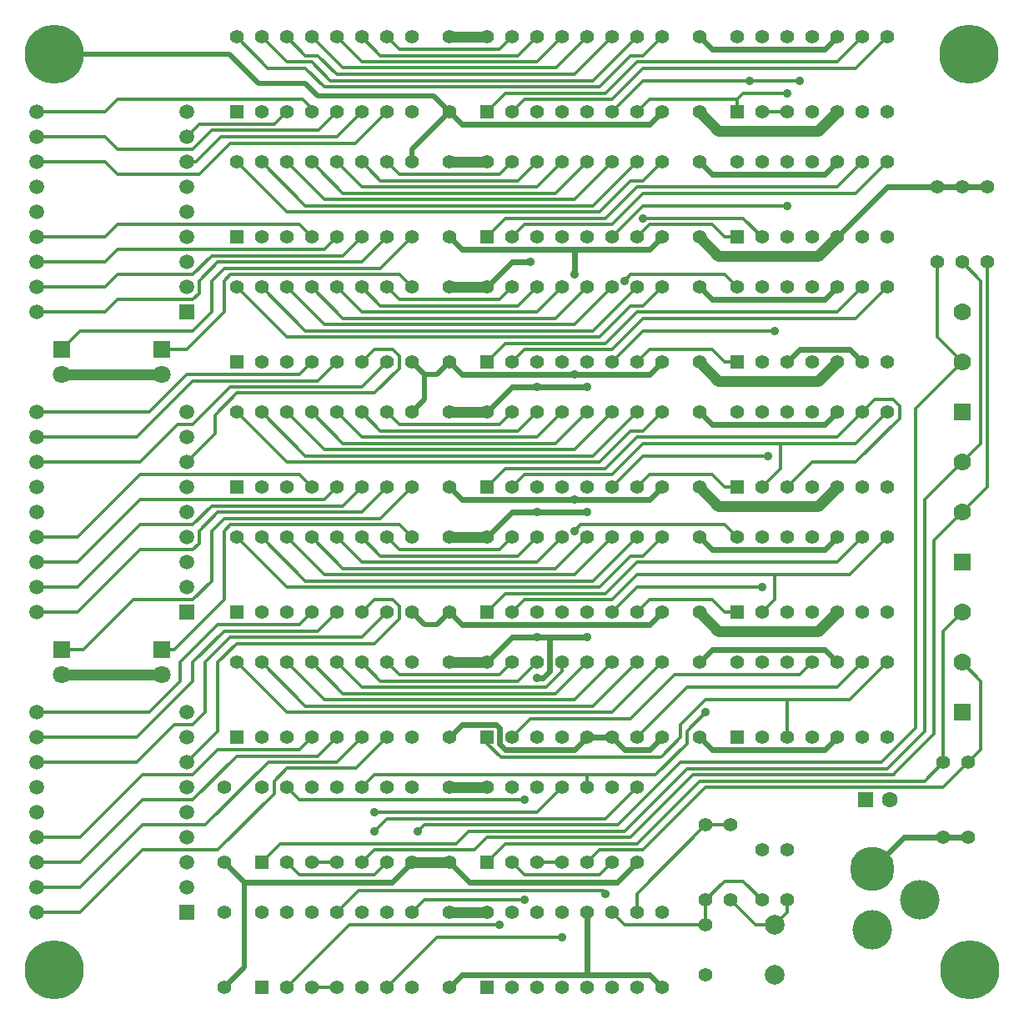
<source format=gbl>
G04 #@! TF.GenerationSoftware,KiCad,Pcbnew,(5.1.8)-1*
G04 #@! TF.CreationDate,2020-11-22T12:43:29-08:00*
G04 #@! TF.ProjectId,ttl_clock,74746c5f-636c-46f6-936b-2e6b69636164,rev?*
G04 #@! TF.SameCoordinates,Original*
G04 #@! TF.FileFunction,Copper,L2,Bot*
G04 #@! TF.FilePolarity,Positive*
%FSLAX46Y46*%
G04 Gerber Fmt 4.6, Leading zero omitted, Abs format (unit mm)*
G04 Created by KiCad (PCBNEW (5.1.8)-1) date 2020-11-22 12:43:29*
%MOMM*%
%LPD*%
G01*
G04 APERTURE LIST*
G04 #@! TA.AperFunction,ComponentPad*
%ADD10C,0.800000*%
G04 #@! TD*
G04 #@! TA.AperFunction,ComponentPad*
%ADD11C,6.000000*%
G04 #@! TD*
G04 #@! TA.AperFunction,ComponentPad*
%ADD12C,1.397000*%
G04 #@! TD*
G04 #@! TA.AperFunction,ComponentPad*
%ADD13R,1.500000X1.500000*%
G04 #@! TD*
G04 #@! TA.AperFunction,ComponentPad*
%ADD14C,1.500000*%
G04 #@! TD*
G04 #@! TA.AperFunction,ComponentPad*
%ADD15R,1.397000X1.397000*%
G04 #@! TD*
G04 #@! TA.AperFunction,ComponentPad*
%ADD16R,1.600000X1.600000*%
G04 #@! TD*
G04 #@! TA.AperFunction,ComponentPad*
%ADD17C,1.600000*%
G04 #@! TD*
G04 #@! TA.AperFunction,ComponentPad*
%ADD18C,1.998980*%
G04 #@! TD*
G04 #@! TA.AperFunction,ComponentPad*
%ADD19C,1.800000*%
G04 #@! TD*
G04 #@! TA.AperFunction,ComponentPad*
%ADD20R,1.800000X1.800000*%
G04 #@! TD*
G04 #@! TA.AperFunction,ComponentPad*
%ADD21C,4.000000*%
G04 #@! TD*
G04 #@! TA.AperFunction,ComponentPad*
%ADD22C,4.500000*%
G04 #@! TD*
G04 #@! TA.AperFunction,ComponentPad*
%ADD23R,1.778000X1.778000*%
G04 #@! TD*
G04 #@! TA.AperFunction,ComponentPad*
%ADD24C,1.778000*%
G04 #@! TD*
G04 #@! TA.AperFunction,ViaPad*
%ADD25C,0.889000*%
G04 #@! TD*
G04 #@! TA.AperFunction,Conductor*
%ADD26C,0.355600*%
G04 #@! TD*
G04 #@! TA.AperFunction,Conductor*
%ADD27C,0.609600*%
G04 #@! TD*
G04 #@! TA.AperFunction,Conductor*
%ADD28C,1.117600*%
G04 #@! TD*
G04 #@! TA.AperFunction,Conductor*
%ADD29C,0.508000*%
G04 #@! TD*
G04 APERTURE END LIST*
D10*
X171909010Y-171909010D03*
X171250000Y-173500000D03*
X171909010Y-175090990D03*
X173500000Y-175750000D03*
X175090990Y-175090990D03*
X175750000Y-173500000D03*
X175090990Y-171909010D03*
X173500000Y-171250000D03*
D11*
X173500000Y-173500000D03*
D12*
X97790000Y-167640000D03*
X97790000Y-175260000D03*
D13*
X93980000Y-167640000D03*
D14*
X93980000Y-165100000D03*
X93980000Y-162560000D03*
X93980000Y-160020000D03*
X93980000Y-157480000D03*
X93980000Y-154940000D03*
X93980000Y-152400000D03*
X93980000Y-149860000D03*
X93980000Y-147320000D03*
X78740000Y-147320000D03*
X78740000Y-149860000D03*
X78740000Y-152400000D03*
X78740000Y-154940000D03*
X78740000Y-157480000D03*
X78740000Y-160020000D03*
X78740000Y-162560000D03*
X78740000Y-165100000D03*
X78740000Y-167640000D03*
D15*
X99060000Y-137160000D03*
D12*
X101600000Y-137160000D03*
X104140000Y-137160000D03*
X106680000Y-137160000D03*
X109220000Y-137160000D03*
X111760000Y-137160000D03*
X114300000Y-137160000D03*
X116840000Y-137160000D03*
X116840000Y-129540000D03*
X114300000Y-129540000D03*
X111760000Y-129540000D03*
X109220000Y-129540000D03*
X106680000Y-129540000D03*
X104140000Y-129540000D03*
X101600000Y-129540000D03*
X99060000Y-129540000D03*
X99060000Y-116840000D03*
X101600000Y-116840000D03*
X104140000Y-116840000D03*
X106680000Y-116840000D03*
X109220000Y-116840000D03*
X111760000Y-116840000D03*
X114300000Y-116840000D03*
X116840000Y-116840000D03*
X116840000Y-124460000D03*
X114300000Y-124460000D03*
X111760000Y-124460000D03*
X109220000Y-124460000D03*
X106680000Y-124460000D03*
X104140000Y-124460000D03*
X101600000Y-124460000D03*
D15*
X99060000Y-124460000D03*
X99060000Y-111760000D03*
D12*
X101600000Y-111760000D03*
X104140000Y-111760000D03*
X106680000Y-111760000D03*
X109220000Y-111760000D03*
X111760000Y-111760000D03*
X114300000Y-111760000D03*
X116840000Y-111760000D03*
X116840000Y-104140000D03*
X114300000Y-104140000D03*
X111760000Y-104140000D03*
X109220000Y-104140000D03*
X106680000Y-104140000D03*
X104140000Y-104140000D03*
X101600000Y-104140000D03*
X99060000Y-104140000D03*
D13*
X93980000Y-106680000D03*
D14*
X93980000Y-104140000D03*
X93980000Y-101600000D03*
X93980000Y-99060000D03*
X93980000Y-96520000D03*
X93980000Y-93980000D03*
X93980000Y-91440000D03*
X93980000Y-88900000D03*
X93980000Y-86360000D03*
X78740000Y-86360000D03*
X78740000Y-88900000D03*
X78740000Y-91440000D03*
X78740000Y-93980000D03*
X78740000Y-96520000D03*
X78740000Y-99060000D03*
X78740000Y-101600000D03*
X78740000Y-104140000D03*
X78740000Y-106680000D03*
D15*
X99060000Y-99060000D03*
D12*
X101600000Y-99060000D03*
X104140000Y-99060000D03*
X106680000Y-99060000D03*
X109220000Y-99060000D03*
X111760000Y-99060000D03*
X114300000Y-99060000D03*
X116840000Y-99060000D03*
X116840000Y-91440000D03*
X114300000Y-91440000D03*
X111760000Y-91440000D03*
X109220000Y-91440000D03*
X106680000Y-91440000D03*
X104140000Y-91440000D03*
X101600000Y-91440000D03*
X99060000Y-91440000D03*
X120650000Y-86360000D03*
X120650000Y-78740000D03*
X99060000Y-78740000D03*
X101600000Y-78740000D03*
X104140000Y-78740000D03*
X106680000Y-78740000D03*
X109220000Y-78740000D03*
X111760000Y-78740000D03*
X114300000Y-78740000D03*
X116840000Y-78740000D03*
X116840000Y-86360000D03*
X114300000Y-86360000D03*
X111760000Y-86360000D03*
X109220000Y-86360000D03*
X106680000Y-86360000D03*
X104140000Y-86360000D03*
X101600000Y-86360000D03*
D15*
X99060000Y-86360000D03*
D12*
X120650000Y-175260000D03*
X120650000Y-167640000D03*
X97790000Y-154940000D03*
X97790000Y-162560000D03*
X120650000Y-162560000D03*
X120650000Y-154940000D03*
X120650000Y-91440000D03*
X120650000Y-99060000D03*
X120650000Y-111760000D03*
X120650000Y-104140000D03*
X120650000Y-116840000D03*
X120650000Y-124460000D03*
X120650000Y-137160000D03*
X120650000Y-129540000D03*
X120650000Y-142240000D03*
X120650000Y-149860000D03*
X146050000Y-78740000D03*
X146050000Y-86360000D03*
X146050000Y-99060000D03*
X146050000Y-91440000D03*
X146050000Y-104140000D03*
X146050000Y-111760000D03*
X146050000Y-124460000D03*
X146050000Y-116840000D03*
X146050000Y-137160000D03*
X146050000Y-129540000D03*
X146050000Y-142240000D03*
X146050000Y-149860000D03*
D16*
X162877500Y-156210000D03*
D17*
X165377500Y-156210000D03*
D12*
X146685000Y-168910000D03*
X146685000Y-173990000D03*
D18*
X153670000Y-168910000D03*
X153670000Y-173990000D03*
D19*
X81280000Y-113030000D03*
D20*
X81280000Y-110490000D03*
X91440000Y-110490000D03*
D19*
X91440000Y-113030000D03*
X81280000Y-143510000D03*
D20*
X81280000Y-140970000D03*
X91440000Y-140970000D03*
D19*
X91440000Y-143510000D03*
D10*
X78909010Y-171909010D03*
X78250000Y-173500000D03*
X78909010Y-175090990D03*
X80500000Y-175750000D03*
X82090990Y-175090990D03*
X82750000Y-173500000D03*
X82090990Y-171909010D03*
X80500000Y-171250000D03*
D11*
X80500000Y-173500000D03*
X80500000Y-80500000D03*
D10*
X80500000Y-78250000D03*
X82090990Y-78909010D03*
X82750000Y-80500000D03*
X82090990Y-82090990D03*
X80500000Y-82750000D03*
X78909010Y-82090990D03*
X78250000Y-80500000D03*
X78909010Y-78909010D03*
D11*
X173400000Y-80500000D03*
D10*
X173400000Y-78250000D03*
X174990990Y-78909010D03*
X175650000Y-80500000D03*
X174990990Y-82090990D03*
X173400000Y-82750000D03*
X171809010Y-82090990D03*
X171150000Y-80500000D03*
X171809010Y-78909010D03*
D21*
X163600000Y-169400000D03*
D22*
X163600000Y-163199860D03*
D21*
X168400600Y-166400260D03*
D12*
X170180000Y-93980000D03*
X170180000Y-101600000D03*
X172720000Y-101600000D03*
X172720000Y-93980000D03*
X175260000Y-101600000D03*
X175260000Y-93980000D03*
X170815000Y-160020000D03*
X170815000Y-152400000D03*
X173355000Y-152400000D03*
X173355000Y-160020000D03*
X149225000Y-166370000D03*
X149225000Y-158750000D03*
X146685000Y-166370000D03*
X146685000Y-158750000D03*
D23*
X172720000Y-116840000D03*
D24*
X172720000Y-111760000D03*
X172720000Y-106680000D03*
X172720000Y-121920000D03*
X172720000Y-127000000D03*
D23*
X172720000Y-132080000D03*
X172720000Y-147320000D03*
D24*
X172720000Y-142240000D03*
X172720000Y-137160000D03*
D15*
X124460000Y-175260000D03*
D12*
X127000000Y-175260000D03*
X129540000Y-175260000D03*
X132080000Y-175260000D03*
X134620000Y-175260000D03*
X137160000Y-175260000D03*
X139700000Y-175260000D03*
X142240000Y-175260000D03*
X142240000Y-167640000D03*
X139700000Y-167640000D03*
X137160000Y-167640000D03*
X134620000Y-167640000D03*
X132080000Y-167640000D03*
X129540000Y-167640000D03*
X127000000Y-167640000D03*
X124460000Y-167640000D03*
X101600000Y-154940000D03*
X104140000Y-154940000D03*
X106680000Y-154940000D03*
X109220000Y-154940000D03*
X111760000Y-154940000D03*
X114300000Y-154940000D03*
X116840000Y-154940000D03*
X116840000Y-162560000D03*
X114300000Y-162560000D03*
X111760000Y-162560000D03*
X109220000Y-162560000D03*
X106680000Y-162560000D03*
X104140000Y-162560000D03*
D15*
X101600000Y-162560000D03*
D12*
X124460000Y-154940000D03*
X127000000Y-154940000D03*
X129540000Y-154940000D03*
X132080000Y-154940000D03*
X134620000Y-154940000D03*
X137160000Y-154940000D03*
X139700000Y-154940000D03*
X139700000Y-162560000D03*
X137160000Y-162560000D03*
X134620000Y-162560000D03*
X132080000Y-162560000D03*
X129540000Y-162560000D03*
X127000000Y-162560000D03*
D15*
X124460000Y-162560000D03*
X101600000Y-175260000D03*
D12*
X104140000Y-175260000D03*
X106680000Y-175260000D03*
X109220000Y-175260000D03*
X111760000Y-175260000D03*
X114300000Y-175260000D03*
X116840000Y-175260000D03*
X116840000Y-167640000D03*
X114300000Y-167640000D03*
X111760000Y-167640000D03*
X109220000Y-167640000D03*
X106680000Y-167640000D03*
X104140000Y-167640000D03*
X101600000Y-167640000D03*
X124460000Y-78740000D03*
X127000000Y-78740000D03*
X129540000Y-78740000D03*
X132080000Y-78740000D03*
X134620000Y-78740000D03*
X137160000Y-78740000D03*
X139700000Y-78740000D03*
X142240000Y-78740000D03*
X142240000Y-86360000D03*
X139700000Y-86360000D03*
X137160000Y-86360000D03*
X134620000Y-86360000D03*
X132080000Y-86360000D03*
X129540000Y-86360000D03*
X127000000Y-86360000D03*
D15*
X124460000Y-86360000D03*
X124460000Y-99060000D03*
D12*
X127000000Y-99060000D03*
X129540000Y-99060000D03*
X132080000Y-99060000D03*
X134620000Y-99060000D03*
X137160000Y-99060000D03*
X139700000Y-99060000D03*
X142240000Y-99060000D03*
X142240000Y-91440000D03*
X139700000Y-91440000D03*
X137160000Y-91440000D03*
X134620000Y-91440000D03*
X132080000Y-91440000D03*
X129540000Y-91440000D03*
X127000000Y-91440000D03*
X124460000Y-91440000D03*
X124460000Y-104140000D03*
X127000000Y-104140000D03*
X129540000Y-104140000D03*
X132080000Y-104140000D03*
X134620000Y-104140000D03*
X137160000Y-104140000D03*
X139700000Y-104140000D03*
X142240000Y-104140000D03*
X142240000Y-111760000D03*
X139700000Y-111760000D03*
X137160000Y-111760000D03*
X134620000Y-111760000D03*
X132080000Y-111760000D03*
X129540000Y-111760000D03*
X127000000Y-111760000D03*
D15*
X124460000Y-111760000D03*
X124460000Y-124460000D03*
D12*
X127000000Y-124460000D03*
X129540000Y-124460000D03*
X132080000Y-124460000D03*
X134620000Y-124460000D03*
X137160000Y-124460000D03*
X139700000Y-124460000D03*
X142240000Y-124460000D03*
X142240000Y-116840000D03*
X139700000Y-116840000D03*
X137160000Y-116840000D03*
X134620000Y-116840000D03*
X132080000Y-116840000D03*
X129540000Y-116840000D03*
X127000000Y-116840000D03*
X124460000Y-116840000D03*
X124460000Y-129540000D03*
X127000000Y-129540000D03*
X129540000Y-129540000D03*
X132080000Y-129540000D03*
X134620000Y-129540000D03*
X137160000Y-129540000D03*
X139700000Y-129540000D03*
X142240000Y-129540000D03*
X142240000Y-137160000D03*
X139700000Y-137160000D03*
X137160000Y-137160000D03*
X134620000Y-137160000D03*
X132080000Y-137160000D03*
X129540000Y-137160000D03*
X127000000Y-137160000D03*
D15*
X124460000Y-137160000D03*
X124460000Y-149860000D03*
D12*
X127000000Y-149860000D03*
X129540000Y-149860000D03*
X132080000Y-149860000D03*
X134620000Y-149860000D03*
X137160000Y-149860000D03*
X139700000Y-149860000D03*
X142240000Y-149860000D03*
X142240000Y-142240000D03*
X139700000Y-142240000D03*
X137160000Y-142240000D03*
X134620000Y-142240000D03*
X132080000Y-142240000D03*
X129540000Y-142240000D03*
X127000000Y-142240000D03*
X124460000Y-142240000D03*
X149860000Y-78740000D03*
X152400000Y-78740000D03*
X154940000Y-78740000D03*
X157480000Y-78740000D03*
X160020000Y-78740000D03*
X162560000Y-78740000D03*
X165100000Y-78740000D03*
X165100000Y-86360000D03*
X162560000Y-86360000D03*
X160020000Y-86360000D03*
X157480000Y-86360000D03*
X154940000Y-86360000D03*
X152400000Y-86360000D03*
D15*
X149860000Y-86360000D03*
D12*
X149860000Y-91440000D03*
X152400000Y-91440000D03*
X154940000Y-91440000D03*
X157480000Y-91440000D03*
X160020000Y-91440000D03*
X162560000Y-91440000D03*
X165100000Y-91440000D03*
X165100000Y-99060000D03*
X162560000Y-99060000D03*
X160020000Y-99060000D03*
X157480000Y-99060000D03*
X154940000Y-99060000D03*
X152400000Y-99060000D03*
D15*
X149860000Y-99060000D03*
X149860000Y-111760000D03*
D12*
X152400000Y-111760000D03*
X154940000Y-111760000D03*
X157480000Y-111760000D03*
X160020000Y-111760000D03*
X162560000Y-111760000D03*
X165100000Y-111760000D03*
X165100000Y-104140000D03*
X162560000Y-104140000D03*
X160020000Y-104140000D03*
X157480000Y-104140000D03*
X154940000Y-104140000D03*
X152400000Y-104140000D03*
X149860000Y-104140000D03*
X149860000Y-116840000D03*
X152400000Y-116840000D03*
X154940000Y-116840000D03*
X157480000Y-116840000D03*
X160020000Y-116840000D03*
X162560000Y-116840000D03*
X165100000Y-116840000D03*
X165100000Y-124460000D03*
X162560000Y-124460000D03*
X160020000Y-124460000D03*
X157480000Y-124460000D03*
X154940000Y-124460000D03*
X152400000Y-124460000D03*
D15*
X149860000Y-124460000D03*
D12*
X149860000Y-129540000D03*
X152400000Y-129540000D03*
X154940000Y-129540000D03*
X157480000Y-129540000D03*
X160020000Y-129540000D03*
X162560000Y-129540000D03*
X165100000Y-129540000D03*
X165100000Y-137160000D03*
X162560000Y-137160000D03*
X160020000Y-137160000D03*
X157480000Y-137160000D03*
X154940000Y-137160000D03*
X152400000Y-137160000D03*
D15*
X149860000Y-137160000D03*
X149860000Y-149860000D03*
D12*
X152400000Y-149860000D03*
X154940000Y-149860000D03*
X157480000Y-149860000D03*
X160020000Y-149860000D03*
X162560000Y-149860000D03*
X165100000Y-149860000D03*
X165100000Y-142240000D03*
X162560000Y-142240000D03*
X160020000Y-142240000D03*
X157480000Y-142240000D03*
X154940000Y-142240000D03*
X152400000Y-142240000D03*
X149860000Y-142240000D03*
X154940000Y-166370000D03*
X152400000Y-166370000D03*
X154940000Y-161290000D03*
X152400000Y-161290000D03*
D14*
X78740000Y-137160000D03*
X78740000Y-134620000D03*
X78740000Y-132080000D03*
X78740000Y-129540000D03*
X78740000Y-127000000D03*
X78740000Y-124460000D03*
X78740000Y-121920000D03*
X78740000Y-119380000D03*
X78740000Y-116840000D03*
X93980000Y-116840000D03*
X93980000Y-119380000D03*
X93980000Y-121920000D03*
X93980000Y-124460000D03*
X93980000Y-127000000D03*
X93980000Y-129540000D03*
X93980000Y-132080000D03*
X93980000Y-134620000D03*
D13*
X93980000Y-137160000D03*
D12*
X99060000Y-142240000D03*
X101600000Y-142240000D03*
X104140000Y-142240000D03*
X106680000Y-142240000D03*
X109220000Y-142240000D03*
X111760000Y-142240000D03*
X114300000Y-142240000D03*
X116840000Y-142240000D03*
X116840000Y-149860000D03*
X114300000Y-149860000D03*
X111760000Y-149860000D03*
X109220000Y-149860000D03*
X106680000Y-149860000D03*
X104140000Y-149860000D03*
X101600000Y-149860000D03*
D15*
X99060000Y-149860000D03*
D25*
X146685000Y-147320000D03*
X128270000Y-166370000D03*
X133350000Y-128905000D03*
X128270000Y-156210000D03*
X136525000Y-165735000D03*
X138430000Y-103505000D03*
X140335000Y-97155000D03*
X132080000Y-170180000D03*
X133350000Y-102870000D03*
X133350000Y-125730000D03*
X133350000Y-113030000D03*
X128905000Y-101600000D03*
X129540000Y-143827500D03*
X134620000Y-139700000D03*
X129540000Y-139700000D03*
X129540000Y-127000000D03*
X134620000Y-127000000D03*
X134620000Y-114300000D03*
X129540000Y-114300000D03*
X117475000Y-159385000D03*
X113030000Y-159385000D03*
X113030000Y-157480000D03*
X125730000Y-168910000D03*
X151130000Y-83185000D03*
X156184602Y-83185000D03*
X154940000Y-84455000D03*
X154940000Y-95885000D03*
X153670000Y-108585000D03*
X153035000Y-121285000D03*
X152400000Y-134620000D03*
D26*
X144780000Y-149225000D02*
X146685000Y-147320000D01*
X134620000Y-154940000D02*
X134620000Y-153670000D01*
X111760000Y-154940000D02*
X113030000Y-153670000D01*
X113030000Y-153670000D02*
X134620000Y-153670000D01*
X141605000Y-153670000D02*
X144780000Y-150495000D01*
X134620000Y-153670000D02*
X141605000Y-153670000D01*
X144780000Y-149225000D02*
X144780000Y-150495000D01*
X154305000Y-120015000D02*
X161925000Y-120015000D01*
X161925000Y-120015000D02*
X165100000Y-116840000D01*
X152400000Y-124460000D02*
X154305000Y-122555000D01*
X154305000Y-122555000D02*
X154305000Y-120015000D01*
X137160000Y-123190000D02*
X140335000Y-120015000D01*
X140335000Y-120015000D02*
X154305000Y-120015000D01*
X127000000Y-124460000D02*
X128270000Y-123190000D01*
X128270000Y-123190000D02*
X137160000Y-123190000D01*
X116840000Y-167640000D02*
X118110000Y-166370000D01*
X118110000Y-166370000D02*
X128270000Y-166370000D01*
X148590000Y-128270000D02*
X133985000Y-128270000D01*
X133985000Y-128270000D02*
X133350000Y-128905000D01*
X149860000Y-129540000D02*
X148590000Y-128270000D01*
X104140000Y-154940000D02*
X105410000Y-156210000D01*
X105410000Y-156210000D02*
X128270000Y-156210000D01*
X161925000Y-94615000D02*
X140335000Y-94615000D01*
X140335000Y-94615000D02*
X137160000Y-97790000D01*
X127000000Y-99060000D02*
X128270000Y-97790000D01*
X128270000Y-97790000D02*
X137160000Y-97790000D01*
X161925000Y-94615000D02*
X165100000Y-91440000D01*
X109220000Y-167640000D02*
X111442500Y-165417500D01*
X136207500Y-165417500D02*
X136525000Y-165735000D01*
X111442500Y-165417500D02*
X136207500Y-165417500D01*
X138430000Y-103505000D02*
X139065000Y-102870000D01*
X139065000Y-102870000D02*
X148590000Y-102870000D01*
X148590000Y-102870000D02*
X149860000Y-104140000D01*
X152400000Y-99060000D02*
X150495000Y-97155000D01*
X150495000Y-97155000D02*
X140335000Y-97155000D01*
X114300000Y-175260000D02*
X119380000Y-170180000D01*
X119380000Y-170180000D02*
X132080000Y-170180000D01*
X152400000Y-86360000D02*
X154940000Y-86360000D01*
D27*
X160020000Y-116840000D02*
X158750000Y-118110000D01*
X158750000Y-118110000D02*
X147320000Y-118110000D01*
X147320000Y-118110000D02*
X146050000Y-116840000D01*
X158750000Y-140970000D02*
X147320000Y-140970000D01*
X146050000Y-142240000D02*
X147320000Y-140970000D01*
X158750000Y-140970000D02*
X160020000Y-142240000D01*
X133350000Y-102870000D02*
X133350000Y-100330000D01*
X122713750Y-164623750D02*
X137636250Y-164623750D01*
X137636250Y-164623750D02*
X139700000Y-162560000D01*
X99853750Y-164623750D02*
X114776250Y-164623750D01*
X114776250Y-164623750D02*
X116840000Y-162560000D01*
X134620000Y-167640000D02*
X134620000Y-173990000D01*
X125412500Y-148590000D02*
X125730000Y-148907500D01*
X120650000Y-149860000D02*
X121920000Y-148590000D01*
X133350000Y-151130000D02*
X134620000Y-149860000D01*
X126365000Y-151130000D02*
X133350000Y-151130000D01*
X125730000Y-150495000D02*
X126365000Y-151130000D01*
X125730000Y-148907500D02*
X125730000Y-150495000D01*
X121920000Y-148590000D02*
X125412500Y-148590000D01*
X162560000Y-111760000D02*
X161290000Y-110490000D01*
X156210000Y-110490000D02*
X154940000Y-111760000D01*
X161290000Y-110490000D02*
X156210000Y-110490000D01*
X97790000Y-162560000D02*
X99853750Y-164623750D01*
X120650000Y-175260000D02*
X121920000Y-173990000D01*
X121920000Y-173990000D02*
X134620000Y-173990000D01*
X140970000Y-173990000D02*
X142240000Y-175260000D01*
X134620000Y-173990000D02*
X140970000Y-173990000D01*
X120650000Y-162560000D02*
X122713750Y-164623750D01*
X120650000Y-137160000D02*
X121920000Y-138430000D01*
X140970000Y-138430000D02*
X142240000Y-137160000D01*
X121920000Y-138430000D02*
X140970000Y-138430000D01*
X120650000Y-124460000D02*
X121920000Y-125730000D01*
X121920000Y-125730000D02*
X133350000Y-125730000D01*
X140970000Y-125730000D02*
X142240000Y-124460000D01*
X133350000Y-125730000D02*
X140970000Y-125730000D01*
X120650000Y-111760000D02*
X121920000Y-113030000D01*
X140970000Y-113030000D02*
X142240000Y-111760000D01*
X121920000Y-113030000D02*
X133350000Y-113030000D01*
X133350000Y-113030000D02*
X140970000Y-113030000D01*
X120650000Y-99060000D02*
X121920000Y-100330000D01*
X121920000Y-100330000D02*
X133350000Y-100330000D01*
X133350000Y-100330000D02*
X140970000Y-100330000D01*
X140970000Y-100330000D02*
X142240000Y-99060000D01*
X120650000Y-86360000D02*
X121920000Y-87630000D01*
X140970000Y-87630000D02*
X142240000Y-86360000D01*
X121920000Y-87630000D02*
X140970000Y-87630000D01*
D28*
X120650000Y-162560000D02*
X116840000Y-162560000D01*
D27*
X146050000Y-129540000D02*
X147320000Y-130810000D01*
X158750000Y-130810000D02*
X160020000Y-129540000D01*
X147320000Y-130810000D02*
X158750000Y-130810000D01*
X137160000Y-149860000D02*
X138430000Y-151130000D01*
X140970000Y-151130000D02*
X142240000Y-149860000D01*
X138430000Y-151130000D02*
X140970000Y-151130000D01*
X134620000Y-149860000D02*
X137160000Y-149860000D01*
X146050000Y-104140000D02*
X147320000Y-105410000D01*
X158750000Y-105410000D02*
X160020000Y-104140000D01*
X147320000Y-105410000D02*
X158750000Y-105410000D01*
X146050000Y-78740000D02*
X147320000Y-80010000D01*
X147320000Y-80010000D02*
X158750000Y-80010000D01*
X158750000Y-80010000D02*
X160020000Y-78740000D01*
X146050000Y-91440000D02*
X147320000Y-92710000D01*
X158750000Y-92710000D02*
X160020000Y-91440000D01*
X147320000Y-92710000D02*
X158750000Y-92710000D01*
D29*
X116840000Y-90452172D02*
X116840000Y-91440000D01*
X120650000Y-86360000D02*
X116840000Y-90170000D01*
X116840000Y-90170000D02*
X116840000Y-90452172D01*
X116840000Y-111760000D02*
X118110000Y-113030000D01*
X118110000Y-113030000D02*
X119380000Y-113030000D01*
X119380000Y-113030000D02*
X120650000Y-111760000D01*
X118110000Y-115570000D02*
X116840000Y-116840000D01*
X118110000Y-113030000D02*
X118110000Y-115570000D01*
X116840000Y-137160000D02*
X118110000Y-138430000D01*
X119380000Y-138430000D02*
X120650000Y-137160000D01*
X118110000Y-138430000D02*
X119380000Y-138430000D01*
X99853750Y-173196250D02*
X97790000Y-175260000D01*
X99853750Y-164623750D02*
X99853750Y-173196250D01*
X119062500Y-84772500D02*
X107315000Y-84772500D01*
X120650000Y-86360000D02*
X119062500Y-84772500D01*
X107315000Y-84772500D02*
X106045000Y-83502500D01*
X106045000Y-83502500D02*
X101282500Y-83502500D01*
X98280000Y-80500000D02*
X101282500Y-83502500D01*
X80500000Y-80500000D02*
X98280000Y-80500000D01*
D27*
X172720000Y-93980000D02*
X175260000Y-93980000D01*
X170180000Y-93980000D02*
X172720000Y-93980000D01*
X160020000Y-99060000D02*
X165100000Y-93980000D01*
X165100000Y-93980000D02*
X170180000Y-93980000D01*
X130810000Y-139700000D02*
X134620000Y-139700000D01*
X129540000Y-139700000D02*
X130810000Y-139700000D01*
X124460000Y-142240000D02*
X127000000Y-139700000D01*
X127000000Y-139700000D02*
X129540000Y-139700000D01*
X129540000Y-127000000D02*
X134620000Y-127000000D01*
X124460000Y-129540000D02*
X127000000Y-127000000D01*
X127000000Y-127000000D02*
X129540000Y-127000000D01*
X129540000Y-114300000D02*
X134620000Y-114300000D01*
X124460000Y-116840000D02*
X127000000Y-114300000D01*
X127000000Y-114300000D02*
X129540000Y-114300000D01*
X124460000Y-104140000D02*
X127000000Y-101600000D01*
X127000000Y-101600000D02*
X128905000Y-101600000D01*
D28*
X120650000Y-142240000D02*
X124460000Y-142240000D01*
X146050000Y-137160000D02*
X147955000Y-139065000D01*
X158115000Y-139065000D02*
X160020000Y-137160000D01*
X147955000Y-139065000D02*
X158115000Y-139065000D01*
X146050000Y-124460000D02*
X147955000Y-126365000D01*
X158115000Y-126365000D02*
X160020000Y-124460000D01*
X147955000Y-126365000D02*
X158115000Y-126365000D01*
X146050000Y-111760000D02*
X147955000Y-113665000D01*
X158115000Y-113665000D02*
X160020000Y-111760000D01*
X147955000Y-113665000D02*
X158115000Y-113665000D01*
X146050000Y-99060000D02*
X147955000Y-100965000D01*
X158115000Y-100965000D02*
X160020000Y-99060000D01*
X147955000Y-100965000D02*
X158115000Y-100965000D01*
X146050000Y-86360000D02*
X147955000Y-88265000D01*
X147955000Y-88265000D02*
X158115000Y-88265000D01*
X158115000Y-88265000D02*
X160020000Y-86360000D01*
D27*
X170815000Y-160020000D02*
X166779860Y-160020000D01*
X166779860Y-160020000D02*
X163600000Y-163199860D01*
X129540000Y-143827500D02*
X130175000Y-143827500D01*
X130175000Y-143827500D02*
X130810000Y-143192500D01*
X130810000Y-143192500D02*
X130810000Y-139700000D01*
X146050000Y-149860000D02*
X147320000Y-151130000D01*
X158750000Y-151130000D02*
X160020000Y-149860000D01*
X147320000Y-151130000D02*
X158750000Y-151130000D01*
X170815000Y-160020000D02*
X173355000Y-160020000D01*
D28*
X120650000Y-167640000D02*
X124460000Y-167640000D01*
X120650000Y-154940000D02*
X124460000Y-154940000D01*
X120650000Y-129540000D02*
X124460000Y-129540000D01*
X120650000Y-116840000D02*
X124460000Y-116840000D01*
X120650000Y-104140000D02*
X124460000Y-104140000D01*
X124460000Y-91440000D02*
X120650000Y-91440000D01*
X120650000Y-78740000D02*
X124460000Y-78740000D01*
X81280000Y-143510000D02*
X91440000Y-143510000D01*
X81280000Y-113030000D02*
X91440000Y-113030000D01*
D26*
X137160000Y-167640000D02*
X138430000Y-168910000D01*
X138430000Y-168910000D02*
X146685000Y-168910000D01*
X146685000Y-166370000D02*
X146685000Y-168910000D01*
X152400000Y-166370000D02*
X150495000Y-164465000D01*
X148590000Y-164465000D02*
X146685000Y-166370000D01*
X150495000Y-164465000D02*
X148590000Y-164465000D01*
X154940000Y-166370000D02*
X154940000Y-167640000D01*
X154940000Y-167640000D02*
X153670000Y-168910000D01*
X153670000Y-168910000D02*
X151765000Y-168910000D01*
X151765000Y-168910000D02*
X149225000Y-166370000D01*
X170180000Y-101600000D02*
X170180000Y-109220000D01*
X170180000Y-109220000D02*
X172720000Y-111760000D01*
X118110000Y-158750000D02*
X117475000Y-159385000D01*
X167957500Y-116522500D02*
X167957500Y-148932898D01*
X172720000Y-111760000D02*
X167957500Y-116522500D01*
X167957500Y-148932898D02*
X164490398Y-152400000D01*
X164490398Y-152400000D02*
X144145000Y-152400000D01*
X144145000Y-152400000D02*
X137795000Y-158750000D01*
X137795000Y-158750000D02*
X118110000Y-158750000D01*
X121310398Y-160655000D02*
X103505000Y-160655000D01*
X122580398Y-159385000D02*
X121310398Y-160655000D01*
X168910000Y-125730000D02*
X168910000Y-149225000D01*
X172720000Y-121920000D02*
X168910000Y-125730000D01*
X103505000Y-160655000D02*
X101600000Y-162560000D01*
X168910000Y-149225000D02*
X165100000Y-153035000D01*
X165100000Y-153035000D02*
X144780000Y-153035000D01*
X144780000Y-153035000D02*
X138430000Y-159385000D01*
X138430000Y-159385000D02*
X122580398Y-159385000D01*
X174625000Y-103505000D02*
X174625000Y-120015000D01*
X172720000Y-101600000D02*
X174625000Y-103505000D01*
X174625000Y-120015000D02*
X172720000Y-121920000D01*
X165735000Y-153670000D02*
X165760398Y-153670000D01*
X139065000Y-160020000D02*
X124460000Y-160020000D01*
X124460000Y-160020000D02*
X123190000Y-161290000D01*
X113030000Y-161290000D02*
X123190000Y-161290000D01*
X113030000Y-161290000D02*
X111760000Y-162560000D01*
X125704602Y-160020000D02*
X125704602Y-159994602D01*
X125704602Y-159994602D02*
X125704602Y-160020000D01*
X125704602Y-160020000D02*
X139065000Y-160020000D01*
X139065000Y-160020000D02*
X145415000Y-153670000D01*
X165735000Y-153670000D02*
X145415000Y-153670000D01*
X175260000Y-101600000D02*
X175260000Y-124460000D01*
X175260000Y-124460000D02*
X172720000Y-127000000D01*
X170180000Y-129540000D02*
X172720000Y-127000000D01*
X170180000Y-129565398D02*
X170180000Y-129540000D01*
X169862500Y-129882898D02*
X170180000Y-129565398D01*
X165735000Y-153670000D02*
X169862500Y-149542500D01*
X169862500Y-149542500D02*
X169862500Y-129882898D01*
X126365000Y-160655000D02*
X139700000Y-160655000D01*
X139700000Y-160655000D02*
X146050000Y-154305000D01*
X146050000Y-154305000D02*
X168910000Y-154305000D01*
X168910000Y-154305000D02*
X170815000Y-152400000D01*
X124460000Y-162560000D02*
X126365000Y-160655000D01*
X170815000Y-152400000D02*
X170815000Y-139065000D01*
X170815000Y-139065000D02*
X172720000Y-137160000D01*
X135890000Y-161290000D02*
X140335000Y-161290000D01*
X140335000Y-161290000D02*
X146685000Y-154940000D01*
X146685000Y-154940000D02*
X170815000Y-154940000D01*
X170815000Y-154940000D02*
X173355000Y-152400000D01*
X134620000Y-162560000D02*
X135890000Y-161290000D01*
X173355000Y-152400000D02*
X174625000Y-151130000D01*
X174625000Y-144145000D02*
X172720000Y-142240000D01*
X174625000Y-151130000D02*
X174625000Y-144145000D01*
X149225000Y-158750000D02*
X146685000Y-158750000D01*
X146685000Y-158750000D02*
X139700000Y-165735000D01*
X139700000Y-165735000D02*
X139700000Y-167640000D01*
X103441501Y-87058499D02*
X104140000Y-86360000D01*
X102870000Y-87630000D02*
X103441501Y-87058499D01*
X93980000Y-88900000D02*
X95250000Y-87630000D01*
X95250000Y-87630000D02*
X102870000Y-87630000D01*
X106680000Y-86042500D02*
X106680000Y-86360000D01*
X105727500Y-85090000D02*
X106680000Y-86042500D01*
X86995000Y-85090000D02*
X105727500Y-85090000D01*
X78740000Y-86360000D02*
X85725000Y-86360000D01*
X85725000Y-86360000D02*
X86995000Y-85090000D01*
X108521501Y-87058499D02*
X109220000Y-86360000D01*
X85725000Y-88900000D02*
X86995000Y-90170000D01*
X78740000Y-88900000D02*
X85725000Y-88900000D01*
X86995000Y-90170000D02*
X94615000Y-90170000D01*
X94615000Y-90170000D02*
X96545390Y-88239610D01*
X96545390Y-88239610D02*
X107340390Y-88239610D01*
X107340390Y-88239610D02*
X108521501Y-87058499D01*
X111061501Y-87058499D02*
X111760000Y-86360000D01*
X109220000Y-88900000D02*
X111061501Y-87058499D01*
X97472500Y-88900000D02*
X109220000Y-88900000D01*
X93980000Y-91440000D02*
X94932500Y-91440000D01*
X94932500Y-91440000D02*
X97472500Y-88900000D01*
X85725000Y-91440000D02*
X78740000Y-91440000D01*
X86995000Y-92710000D02*
X85725000Y-91440000D01*
X95250000Y-92710000D02*
X86995000Y-92710000D01*
X98425000Y-89535000D02*
X95250000Y-92710000D01*
X114300000Y-86360000D02*
X111125000Y-89535000D01*
X111125000Y-89535000D02*
X98425000Y-89535000D01*
X105981501Y-98361501D02*
X106680000Y-99060000D01*
X105410000Y-97790000D02*
X105981501Y-98361501D01*
X86995000Y-97790000D02*
X105410000Y-97790000D01*
X78740000Y-99060000D02*
X85725000Y-99060000D01*
X85725000Y-99060000D02*
X86995000Y-97790000D01*
X108521501Y-99758499D02*
X109220000Y-99060000D01*
X107950000Y-100330000D02*
X108521501Y-99758499D01*
X86995000Y-100330000D02*
X107950000Y-100330000D01*
X78740000Y-101600000D02*
X85725000Y-101600000D01*
X85725000Y-101600000D02*
X86995000Y-100330000D01*
X85725000Y-104140000D02*
X78740000Y-104140000D01*
X86995000Y-102870000D02*
X85725000Y-104140000D01*
X94615000Y-102870000D02*
X86995000Y-102870000D01*
X96520000Y-100965000D02*
X94615000Y-102870000D01*
X111760000Y-99060000D02*
X109855000Y-100965000D01*
X109855000Y-100965000D02*
X96520000Y-100965000D01*
X111760000Y-101600000D02*
X114300000Y-99060000D01*
X78740000Y-106680000D02*
X85725000Y-106680000D01*
X86995000Y-105410000D02*
X94615000Y-105410000D01*
X94615000Y-105410000D02*
X95250000Y-104775000D01*
X85725000Y-106680000D02*
X86995000Y-105410000D01*
X95250000Y-104775000D02*
X95250000Y-103505000D01*
X97155000Y-101600000D02*
X111760000Y-101600000D01*
X95250000Y-103505000D02*
X97155000Y-101600000D01*
X90170000Y-116840000D02*
X78740000Y-116840000D01*
X93980000Y-113030000D02*
X90170000Y-116840000D01*
X106680000Y-111760000D02*
X105410000Y-113030000D01*
X105410000Y-113030000D02*
X93980000Y-113030000D01*
X107315000Y-113665000D02*
X109220000Y-111760000D01*
X94615000Y-113665000D02*
X107315000Y-113665000D01*
X78740000Y-119380000D02*
X88900000Y-119380000D01*
X88900000Y-119380000D02*
X94615000Y-113665000D01*
X113030000Y-110490000D02*
X111760000Y-111760000D01*
X114935000Y-110490000D02*
X113030000Y-110490000D01*
X115570000Y-111125000D02*
X114935000Y-110490000D01*
X96837500Y-119062500D02*
X96837500Y-117157500D01*
X93980000Y-121920000D02*
X96837500Y-119062500D01*
X96837500Y-117157500D02*
X99085390Y-114909610D01*
X99085390Y-114909610D02*
X113055390Y-114909610D01*
X113055390Y-114909610D02*
X115570000Y-112395000D01*
X115570000Y-112395000D02*
X115570000Y-111125000D01*
X111760000Y-114300000D02*
X114300000Y-111760000D01*
X98425000Y-114300000D02*
X111760000Y-114300000D01*
X94615000Y-118110000D02*
X98425000Y-114300000D01*
X93027500Y-118110000D02*
X94615000Y-118110000D01*
X78740000Y-121920000D02*
X89217500Y-121920000D01*
X89217500Y-121920000D02*
X93027500Y-118110000D01*
X82867500Y-129540000D02*
X78740000Y-129540000D01*
X89217500Y-123190000D02*
X82867500Y-129540000D01*
X106680000Y-124460000D02*
X105410000Y-123190000D01*
X105410000Y-123190000D02*
X89217500Y-123190000D01*
X107950000Y-125730000D02*
X109220000Y-124460000D01*
X89217500Y-125730000D02*
X107950000Y-125730000D01*
X78740000Y-132080000D02*
X82867500Y-132080000D01*
X82867500Y-132080000D02*
X89217500Y-125730000D01*
X109855000Y-126365000D02*
X111760000Y-124460000D01*
X96520000Y-126365000D02*
X109855000Y-126365000D01*
X94615000Y-128270000D02*
X96520000Y-126365000D01*
X89217500Y-128270000D02*
X94615000Y-128270000D01*
X78740000Y-134620000D02*
X82867500Y-134620000D01*
X82867500Y-134620000D02*
X89217500Y-128270000D01*
X113601501Y-125158499D02*
X114300000Y-124460000D01*
X111760000Y-127000000D02*
X113601501Y-125158499D01*
X97155000Y-127000000D02*
X111760000Y-127000000D01*
X82867500Y-137160000D02*
X89217500Y-130810000D01*
X78740000Y-137160000D02*
X82867500Y-137160000D01*
X89217500Y-130810000D02*
X94615000Y-130810000D01*
X94615000Y-130810000D02*
X95250000Y-130175000D01*
X95250000Y-130175000D02*
X95250000Y-128905000D01*
X95250000Y-128905000D02*
X97155000Y-127000000D01*
X79800660Y-147320000D02*
X78740000Y-147320000D01*
X105410000Y-138430000D02*
X97155000Y-138430000D01*
X106680000Y-137160000D02*
X105410000Y-138430000D01*
X97155000Y-138430000D02*
X93345000Y-142240000D01*
X93345000Y-142240000D02*
X93345000Y-144145000D01*
X93345000Y-144145000D02*
X90170000Y-147320000D01*
X90170000Y-147320000D02*
X79800660Y-147320000D01*
X79800660Y-149860000D02*
X78740000Y-149860000D01*
X107315000Y-139065000D02*
X97790000Y-139065000D01*
X109220000Y-137160000D02*
X107315000Y-139065000D01*
X97790000Y-139065000D02*
X94615000Y-142240000D01*
X94615000Y-142240000D02*
X94615000Y-144145000D01*
X94615000Y-144145000D02*
X88900000Y-149860000D01*
X88900000Y-149860000D02*
X79800660Y-149860000D01*
X112458499Y-136461501D02*
X111760000Y-137160000D01*
X115570000Y-136525000D02*
X114935000Y-135890000D01*
X97155000Y-149225000D02*
X97155000Y-142240000D01*
X93980000Y-152400000D02*
X97155000Y-149225000D01*
X97155000Y-142240000D02*
X99060000Y-140335000D01*
X99060000Y-140335000D02*
X113077244Y-140335000D01*
X114935000Y-135890000D02*
X113030000Y-135890000D01*
X113077244Y-140335000D02*
X115570000Y-137842244D01*
X113030000Y-135890000D02*
X112458499Y-136461501D01*
X115570000Y-137842244D02*
X115570000Y-136525000D01*
X88900000Y-152400000D02*
X78740000Y-152400000D01*
X111760000Y-139700000D02*
X98425000Y-139700000D01*
X92710000Y-148590000D02*
X88900000Y-152400000D01*
X114300000Y-137160000D02*
X111760000Y-139700000D01*
X98425000Y-139700000D02*
X95885000Y-142240000D01*
X95885000Y-142240000D02*
X95885000Y-147320000D01*
X95885000Y-147320000D02*
X94615000Y-148590000D01*
X94615000Y-148590000D02*
X92710000Y-148590000D01*
X105410000Y-151130000D02*
X106680000Y-149860000D01*
X97155000Y-151130000D02*
X105410000Y-151130000D01*
X94615000Y-153670000D02*
X97155000Y-151130000D01*
X89535000Y-153670000D02*
X94615000Y-153670000D01*
X78740000Y-160020000D02*
X83185000Y-160020000D01*
X83185000Y-160020000D02*
X89535000Y-153670000D01*
X99060000Y-151765000D02*
X107315000Y-151765000D01*
X107315000Y-151765000D02*
X109220000Y-149860000D01*
X94615000Y-156210000D02*
X99060000Y-151765000D01*
X89535000Y-156210000D02*
X94615000Y-156210000D01*
X83185000Y-162560000D02*
X89535000Y-156210000D01*
X78740000Y-162560000D02*
X83185000Y-162560000D01*
X109245390Y-152374610D02*
X111061501Y-150558499D01*
X102260390Y-152374610D02*
X109245390Y-152374610D01*
X95885000Y-158750000D02*
X102260390Y-152374610D01*
X89535000Y-158750000D02*
X95885000Y-158750000D01*
X83185000Y-165100000D02*
X89535000Y-158750000D01*
X111061501Y-150558499D02*
X111760000Y-149860000D01*
X78740000Y-165100000D02*
X83185000Y-165100000D01*
X111175780Y-152984220D02*
X113601501Y-150558499D01*
X104190780Y-152984220D02*
X111175780Y-152984220D01*
X113601501Y-150558499D02*
X114300000Y-149860000D01*
X102870000Y-154305000D02*
X104190780Y-152984220D01*
X102870000Y-155575000D02*
X102870000Y-154305000D01*
X97155000Y-161290000D02*
X102870000Y-155575000D01*
X89535000Y-161290000D02*
X97155000Y-161290000D01*
X83185000Y-167640000D02*
X89535000Y-161290000D01*
X78740000Y-167640000D02*
X83185000Y-167640000D01*
X105410000Y-163830000D02*
X113030000Y-163830000D01*
X113030000Y-163830000D02*
X114300000Y-162560000D01*
X104140000Y-162560000D02*
X105410000Y-163830000D01*
X106680000Y-162560000D02*
X109220000Y-162560000D01*
X127000000Y-162560000D02*
X128270000Y-163830000D01*
X135890000Y-163830000D02*
X137160000Y-162560000D01*
X128270000Y-163830000D02*
X135890000Y-163830000D01*
X129540000Y-162560000D02*
X132080000Y-162560000D01*
X114300000Y-158115000D02*
X136525000Y-158115000D01*
X136525000Y-158115000D02*
X139700000Y-154940000D01*
X114300000Y-158115000D02*
X113030000Y-159385000D01*
X113030000Y-157480000D02*
X129540000Y-157480000D01*
X129540000Y-157480000D02*
X132080000Y-154940000D01*
X125730000Y-168910000D02*
X110490000Y-168910000D01*
X110490000Y-168910000D02*
X104140000Y-175260000D01*
X136525000Y-97155000D02*
X139700000Y-93980000D01*
X139700000Y-93980000D02*
X160020000Y-93980000D01*
X160020000Y-93980000D02*
X162560000Y-91440000D01*
X124460000Y-99060000D02*
X126365000Y-97155000D01*
X160020000Y-93980000D02*
X162560000Y-91440000D01*
X126365000Y-97155000D02*
X136525000Y-97155000D01*
X106680000Y-175260000D02*
X109220000Y-175260000D01*
X136525000Y-84455000D02*
X139700000Y-81280000D01*
X126365000Y-84455000D02*
X136525000Y-84455000D01*
X139700000Y-81280000D02*
X160020000Y-81280000D01*
X162560000Y-78740000D02*
X160020000Y-81280000D01*
X126365000Y-84455000D02*
X124460000Y-86360000D01*
X161925000Y-81915000D02*
X140335000Y-81915000D01*
X140335000Y-81915000D02*
X137160000Y-85090000D01*
X161925000Y-81915000D02*
X165100000Y-78740000D01*
X137160000Y-85090000D02*
X128270000Y-85090000D01*
X128270000Y-85090000D02*
X127000000Y-86360000D01*
X137160000Y-86360000D02*
X140335000Y-83185000D01*
X140335000Y-83185000D02*
X151130000Y-83185000D01*
X156197301Y-83172301D02*
X156184602Y-83185000D01*
X156197301Y-83172301D02*
X156210000Y-83159602D01*
X151130000Y-83185000D02*
X156184602Y-83185000D01*
X150495000Y-84455000D02*
X154940000Y-84455000D01*
X150495000Y-84455000D02*
X149860000Y-85090000D01*
X139700000Y-86360000D02*
X140970000Y-85090000D01*
X149860000Y-85090000D02*
X149860000Y-86360000D01*
X140970000Y-85090000D02*
X149860000Y-85090000D01*
X154940000Y-95885000D02*
X140335000Y-95885000D01*
X140335000Y-95885000D02*
X137160000Y-99060000D01*
X149860000Y-99060000D02*
X148590000Y-99060000D01*
X148590000Y-99060000D02*
X147320000Y-97790000D01*
X140970000Y-97790000D02*
X147320000Y-97790000D01*
X139700000Y-99060000D02*
X140970000Y-97790000D01*
X136525000Y-109855000D02*
X139700000Y-106680000D01*
X160020000Y-106705398D02*
X160020000Y-106680000D01*
X159994602Y-106680000D02*
X160020000Y-106705398D01*
X139700000Y-106680000D02*
X159994602Y-106680000D01*
X124460000Y-111760000D02*
X126365000Y-109855000D01*
X160020000Y-106680000D02*
X160020000Y-106680000D01*
X160020000Y-106680000D02*
X162560000Y-104140000D01*
X126365000Y-109855000D02*
X136525000Y-109855000D01*
X137160000Y-110490000D02*
X140335000Y-107315000D01*
X140335000Y-107315000D02*
X161925000Y-107315000D01*
X127000000Y-111760000D02*
X128270000Y-110490000D01*
X161925000Y-107315000D02*
X165100000Y-104140000D01*
X128270000Y-110490000D02*
X137160000Y-110490000D01*
X153670000Y-108585000D02*
X140335000Y-108585000D01*
X140335000Y-108585000D02*
X137160000Y-111760000D01*
X149860000Y-111760000D02*
X148590000Y-111760000D01*
X148590000Y-111760000D02*
X147320000Y-110490000D01*
X139700000Y-111760000D02*
X140970000Y-110490000D01*
X140970000Y-110490000D02*
X147320000Y-110490000D01*
X154940000Y-124460000D02*
X157480000Y-121920000D01*
X157480000Y-121920000D02*
X161925000Y-121920000D01*
X163830000Y-115570000D02*
X162560000Y-116840000D01*
X165735000Y-115570000D02*
X163830000Y-115570000D01*
X166370000Y-116205000D02*
X165735000Y-115570000D01*
X166370000Y-117475000D02*
X166370000Y-116205000D01*
X161925000Y-121920000D02*
X166370000Y-117475000D01*
X136525000Y-122555000D02*
X139700000Y-119380000D01*
X139700000Y-119380000D02*
X160020000Y-119380000D01*
X124460000Y-124460000D02*
X126365000Y-122555000D01*
X160020000Y-119380000D02*
X162560000Y-116840000D01*
X126365000Y-122555000D02*
X136525000Y-122555000D01*
X137160000Y-124460000D02*
X140335000Y-121285000D01*
X140335000Y-121285000D02*
X153035000Y-121285000D01*
X149860000Y-124460000D02*
X148590000Y-124460000D01*
X148590000Y-124460000D02*
X147320000Y-123190000D01*
X139700000Y-124460000D02*
X140970000Y-123190000D01*
X140970000Y-123190000D02*
X147320000Y-123190000D01*
X136525000Y-135255000D02*
X139700000Y-132080000D01*
X139700000Y-132080000D02*
X160020000Y-132080000D01*
X124460000Y-137160000D02*
X126365000Y-135255000D01*
X160020000Y-132080000D02*
X162560000Y-129540000D01*
X126365000Y-135255000D02*
X136525000Y-135255000D01*
X153670000Y-133350000D02*
X153670000Y-135890000D01*
X153670000Y-135890000D02*
X152400000Y-137160000D01*
X153670000Y-133350000D02*
X139700000Y-133350000D01*
X128270000Y-135890000D02*
X127000000Y-137160000D01*
X128270000Y-135890000D02*
X137160000Y-135890000D01*
X137160000Y-135890000D02*
X139700000Y-133350000D01*
X153670000Y-133350000D02*
X154940000Y-133350000D01*
X154940000Y-133350000D02*
X161290000Y-133350000D01*
X161290000Y-133350000D02*
X165100000Y-129540000D01*
X152400000Y-134620000D02*
X139700000Y-134620000D01*
X139700000Y-134620000D02*
X137160000Y-137160000D01*
X149860000Y-137160000D02*
X148590000Y-137160000D01*
X148590000Y-137160000D02*
X147320000Y-135890000D01*
X140970000Y-135890000D02*
X147320000Y-135890000D01*
X139700000Y-137160000D02*
X140970000Y-135890000D01*
X154940000Y-147320000D02*
X154940000Y-146050000D01*
X144145000Y-148590000D02*
X146685000Y-146050000D01*
X146685000Y-146050000D02*
X154940000Y-146050000D01*
X154940000Y-146050000D02*
X161290000Y-146050000D01*
X161290000Y-146050000D02*
X165100000Y-142240000D01*
X124460000Y-149860000D02*
X124460000Y-150495000D01*
X125888750Y-151923750D02*
X142081250Y-151923750D01*
X142081250Y-151923750D02*
X142240000Y-151765000D01*
X124460000Y-150495000D02*
X125888750Y-151923750D01*
X142240000Y-151765000D02*
X144145000Y-149860000D01*
X144145000Y-149860000D02*
X144145000Y-148590000D01*
X154940000Y-147320000D02*
X154940000Y-149860000D01*
X139065000Y-147955000D02*
X143510000Y-143510000D01*
X143510000Y-143510000D02*
X156210000Y-143510000D01*
X157480000Y-142240000D02*
X156210000Y-143510000D01*
X128905000Y-147955000D02*
X127000000Y-149860000D01*
X139065000Y-147955000D02*
X128905000Y-147955000D01*
X139700000Y-149860000D02*
X144780000Y-144780000D01*
X144780000Y-144780000D02*
X160020000Y-144780000D01*
X162560000Y-142240000D02*
X160020000Y-144780000D01*
X116141501Y-99758499D02*
X116840000Y-99060000D01*
X113665000Y-102235000D02*
X116141501Y-99758499D01*
X83185000Y-108585000D02*
X94615000Y-108585000D01*
X81280000Y-110490000D02*
X83185000Y-108585000D01*
X94615000Y-108585000D02*
X96520000Y-106680000D01*
X96520000Y-106680000D02*
X96520000Y-103505000D01*
X96520000Y-103505000D02*
X97790000Y-102235000D01*
X97790000Y-102235000D02*
X113665000Y-102235000D01*
X116141501Y-103441501D02*
X116840000Y-104140000D01*
X93980000Y-110490000D02*
X97790000Y-106680000D01*
X91440000Y-110490000D02*
X93980000Y-110490000D01*
X97790000Y-106680000D02*
X97790000Y-103505000D01*
X97790000Y-103505000D02*
X98425000Y-102870000D01*
X98425000Y-102870000D02*
X115570000Y-102870000D01*
X115570000Y-102870000D02*
X116141501Y-103441501D01*
X88582500Y-135890000D02*
X83502500Y-140970000D01*
X113665000Y-127635000D02*
X97790000Y-127635000D01*
X116840000Y-124460000D02*
X113665000Y-127635000D01*
X97790000Y-127635000D02*
X96520000Y-128905000D01*
X83502500Y-140970000D02*
X81280000Y-140970000D01*
X96520000Y-128905000D02*
X96520000Y-133985000D01*
X96520000Y-133985000D02*
X94615000Y-135890000D01*
X94615000Y-135890000D02*
X88582500Y-135890000D01*
X92695600Y-140970000D02*
X91440000Y-140970000D01*
X97790000Y-135875600D02*
X92695600Y-140970000D01*
X97790000Y-128905000D02*
X97790000Y-135875600D01*
X98425000Y-128270000D02*
X97790000Y-128905000D01*
X116840000Y-129540000D02*
X115570000Y-128270000D01*
X115570000Y-128270000D02*
X98425000Y-128270000D01*
X115595390Y-80035390D02*
X114300000Y-78740000D01*
X127000000Y-78740000D02*
X125704610Y-80035390D01*
X125704610Y-80035390D02*
X115595390Y-80035390D01*
X113665000Y-80645000D02*
X111760000Y-78740000D01*
X129540000Y-78740000D02*
X127635000Y-80645000D01*
X127635000Y-80645000D02*
X113665000Y-80645000D01*
X111760000Y-81280000D02*
X109220000Y-78740000D01*
X132080000Y-78740000D02*
X129540000Y-81280000D01*
X129540000Y-81280000D02*
X111760000Y-81280000D01*
X131460000Y-81900000D02*
X134620000Y-78740000D01*
X109840000Y-81900000D02*
X131460000Y-81900000D01*
X106680000Y-78740000D02*
X109840000Y-81900000D01*
X106045000Y-80645000D02*
X104140000Y-78740000D01*
X107315000Y-80645000D02*
X106045000Y-80645000D01*
X109220000Y-82550000D02*
X107315000Y-80645000D01*
X137160000Y-78740000D02*
X133350000Y-82550000D01*
X133350000Y-82550000D02*
X109220000Y-82550000D01*
X107950000Y-95250000D02*
X104140000Y-91440000D01*
X137160000Y-91440000D02*
X133350000Y-95250000D01*
X133350000Y-95250000D02*
X107950000Y-95250000D01*
X107378499Y-92138499D02*
X106680000Y-91440000D01*
X109855000Y-94615000D02*
X107378499Y-92138499D01*
X134620000Y-91440000D02*
X131445000Y-94615000D01*
X131445000Y-94615000D02*
X109855000Y-94615000D01*
X111760000Y-93980000D02*
X109220000Y-91440000D01*
X132080000Y-91440000D02*
X129540000Y-93980000D01*
X129540000Y-93980000D02*
X111760000Y-93980000D01*
X112458499Y-92138499D02*
X111760000Y-91440000D01*
X113665000Y-93345000D02*
X112458499Y-92138499D01*
X129540000Y-91440000D02*
X127635000Y-93345000D01*
X127635000Y-93345000D02*
X113665000Y-93345000D01*
X115570000Y-92710000D02*
X114300000Y-91440000D01*
X127000000Y-91440000D02*
X125730000Y-92710000D01*
X125730000Y-92710000D02*
X115570000Y-92710000D01*
X104838499Y-104838499D02*
X104140000Y-104140000D01*
X107950000Y-107950000D02*
X104838499Y-104838499D01*
X137160000Y-104140000D02*
X133350000Y-107950000D01*
X133350000Y-107950000D02*
X107950000Y-107950000D01*
X109855000Y-107315000D02*
X106680000Y-104140000D01*
X134620000Y-104140000D02*
X131445000Y-107315000D01*
X131445000Y-107315000D02*
X109855000Y-107315000D01*
X109918499Y-104838499D02*
X109220000Y-104140000D01*
X111734610Y-106654610D02*
X109918499Y-104838499D01*
X113957110Y-106654610D02*
X111734610Y-106654610D01*
X113982500Y-106680000D02*
X113957110Y-106654610D01*
X129540000Y-106680000D02*
X113982500Y-106680000D01*
X132080000Y-104140000D02*
X129540000Y-106680000D01*
X113665000Y-106045000D02*
X111760000Y-104140000D01*
X129540000Y-104140000D02*
X127635000Y-106045000D01*
X127635000Y-106045000D02*
X113665000Y-106045000D01*
X115570000Y-105410000D02*
X114300000Y-104140000D01*
X127000000Y-104140000D02*
X125730000Y-105410000D01*
X125730000Y-105410000D02*
X115570000Y-105410000D01*
X115570000Y-118110000D02*
X114300000Y-116840000D01*
X127000000Y-116840000D02*
X125730000Y-118110000D01*
X125730000Y-118110000D02*
X115570000Y-118110000D01*
X113665000Y-118745000D02*
X111760000Y-116840000D01*
X129540000Y-116840000D02*
X127635000Y-118745000D01*
X127635000Y-118745000D02*
X113665000Y-118745000D01*
X111760000Y-119380000D02*
X109220000Y-116840000D01*
X132080000Y-116840000D02*
X129540000Y-119380000D01*
X129540000Y-119380000D02*
X111760000Y-119380000D01*
X109855000Y-120015000D02*
X106680000Y-116840000D01*
X134620000Y-116840000D02*
X131445000Y-120015000D01*
X131445000Y-120015000D02*
X109855000Y-120015000D01*
X107950000Y-120650000D02*
X104140000Y-116840000D01*
X137160000Y-116840000D02*
X133350000Y-120650000D01*
X133350000Y-120650000D02*
X107950000Y-120650000D01*
X115570000Y-130810000D02*
X114300000Y-129540000D01*
X127000000Y-129540000D02*
X125730000Y-130810000D01*
X125730000Y-130810000D02*
X115570000Y-130810000D01*
X113665000Y-131445000D02*
X111760000Y-129540000D01*
X129540000Y-129540000D02*
X127635000Y-131445000D01*
X127635000Y-131445000D02*
X113665000Y-131445000D01*
X111760000Y-132080000D02*
X109220000Y-129540000D01*
X132080000Y-129540000D02*
X129540000Y-132080000D01*
X129540000Y-132080000D02*
X111760000Y-132080000D01*
X109855000Y-132715000D02*
X106680000Y-129540000D01*
X134620000Y-129540000D02*
X131445000Y-132715000D01*
X131445000Y-132715000D02*
X109855000Y-132715000D01*
X104838499Y-130238499D02*
X104140000Y-129540000D01*
X107950000Y-133350000D02*
X104838499Y-130238499D01*
X137160000Y-129540000D02*
X133350000Y-133350000D01*
X133350000Y-133350000D02*
X107950000Y-133350000D01*
X115570000Y-143510000D02*
X114300000Y-142240000D01*
X127000000Y-142240000D02*
X125730000Y-143510000D01*
X125730000Y-143510000D02*
X115570000Y-143510000D01*
X113665000Y-144145000D02*
X111760000Y-142240000D01*
X129540000Y-142240000D02*
X127635000Y-144145000D01*
X127635000Y-144145000D02*
X113665000Y-144145000D01*
X111760000Y-144780000D02*
X109220000Y-142240000D01*
X130492500Y-144780000D02*
X111760000Y-144780000D01*
X132080000Y-142240000D02*
X132080000Y-143192500D01*
X132080000Y-143192500D02*
X130492500Y-144780000D01*
X109855000Y-145415000D02*
X106680000Y-142240000D01*
X134620000Y-142240000D02*
X131445000Y-145415000D01*
X131445000Y-145415000D02*
X109855000Y-145415000D01*
X107950000Y-146050000D02*
X104140000Y-142240000D01*
X137160000Y-142240000D02*
X133350000Y-146050000D01*
X133350000Y-146050000D02*
X107950000Y-146050000D01*
X140335000Y-80645000D02*
X139065000Y-80645000D01*
X102235000Y-81915000D02*
X99060000Y-78740000D01*
X142240000Y-78740000D02*
X140335000Y-80645000D01*
X139065000Y-80645000D02*
X135890000Y-83820000D01*
X135890000Y-83820000D02*
X107950000Y-83820000D01*
X107950000Y-83820000D02*
X106045000Y-81915000D01*
X106045000Y-81915000D02*
X102235000Y-81915000D01*
X104140000Y-81280000D02*
X101600000Y-78740000D01*
X106680000Y-81280000D02*
X104140000Y-81280000D01*
X108585000Y-83185000D02*
X106680000Y-81280000D01*
X139700000Y-78740000D02*
X135255000Y-83185000D01*
X135255000Y-83185000D02*
X108585000Y-83185000D01*
X106045000Y-95885000D02*
X101600000Y-91440000D01*
X139700000Y-91440000D02*
X135255000Y-95885000D01*
X135255000Y-95885000D02*
X106045000Y-95885000D01*
X106045000Y-108585000D02*
X101600000Y-104140000D01*
X139700000Y-104140000D02*
X135255000Y-108585000D01*
X135255000Y-108585000D02*
X106045000Y-108585000D01*
X106045000Y-121285000D02*
X101600000Y-116840000D01*
X139700000Y-116840000D02*
X135255000Y-121285000D01*
X135255000Y-121285000D02*
X106045000Y-121285000D01*
X106045000Y-133985000D02*
X101600000Y-129540000D01*
X139700000Y-129540000D02*
X135255000Y-133985000D01*
X135255000Y-133985000D02*
X106045000Y-133985000D01*
X104140000Y-147320000D02*
X99060000Y-142240000D01*
X142240000Y-142240000D02*
X137160000Y-147320000D01*
X137160000Y-147320000D02*
X104140000Y-147320000D01*
X106045000Y-146685000D02*
X101600000Y-142240000D01*
X139700000Y-142240000D02*
X135255000Y-146685000D01*
X135255000Y-146685000D02*
X106045000Y-146685000D01*
X104140000Y-96520000D02*
X99060000Y-91440000D01*
X135890000Y-96520000D02*
X104140000Y-96520000D01*
X139065000Y-93345000D02*
X135890000Y-96520000D01*
X142240000Y-91440000D02*
X140335000Y-93345000D01*
X140335000Y-93345000D02*
X139065000Y-93345000D01*
X104140000Y-109220000D02*
X99060000Y-104140000D01*
X135890000Y-109220000D02*
X104140000Y-109220000D01*
X139065000Y-106045000D02*
X135890000Y-109220000D01*
X142240000Y-104140000D02*
X140335000Y-106045000D01*
X140335000Y-106045000D02*
X139065000Y-106045000D01*
X104140000Y-121920000D02*
X99060000Y-116840000D01*
X135890000Y-121920000D02*
X104140000Y-121920000D01*
X139065000Y-118745000D02*
X135890000Y-121920000D01*
X142240000Y-116840000D02*
X140335000Y-118745000D01*
X140335000Y-118745000D02*
X139065000Y-118745000D01*
X104140000Y-134620000D02*
X99060000Y-129540000D01*
X135890000Y-134620000D02*
X104140000Y-134620000D01*
X139065000Y-131445000D02*
X135890000Y-134620000D01*
X142240000Y-129540000D02*
X140335000Y-131445000D01*
X140335000Y-131445000D02*
X139065000Y-131445000D01*
M02*

</source>
